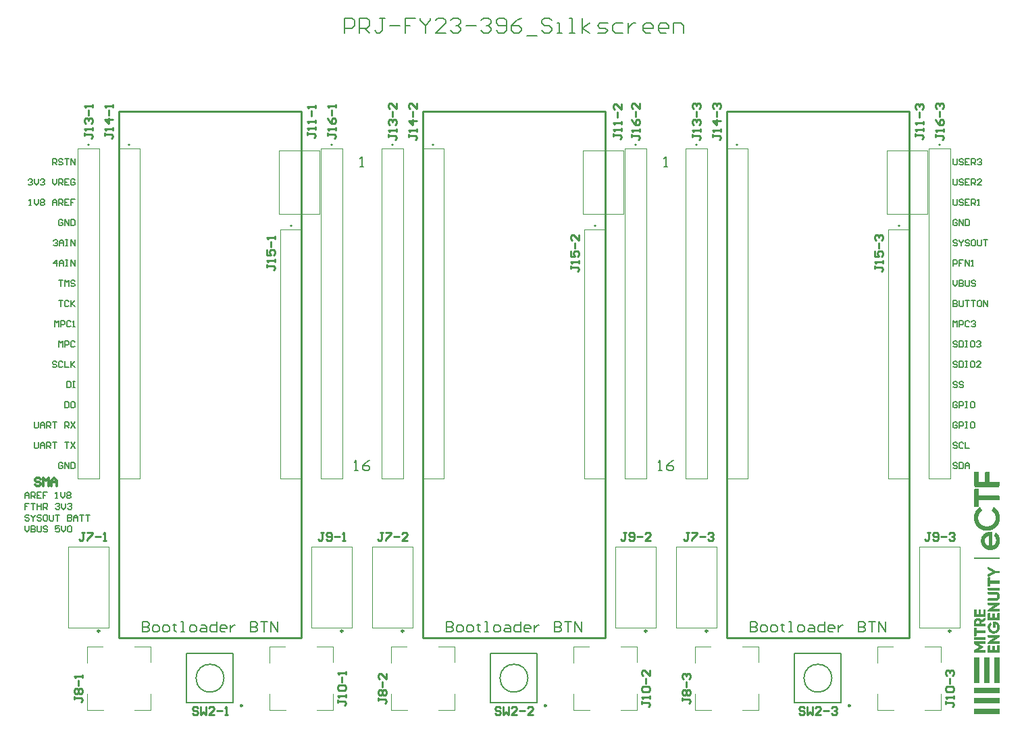
<source format=gbr>
%TF.GenerationSoftware,Altium Limited,Altium Designer,23.11.1 (41)*%
G04 Layer_Color=65535*
%FSLAX45Y45*%
%MOMM*%
%TF.SameCoordinates,5324538C-4B84-4F37-AFBE-1FD82F1EBFC5*%
%TF.FilePolarity,Positive*%
%TF.FileFunction,Legend,Top*%
%TF.Part,Single*%
G01*
G75*
%TA.AperFunction,NonConductor*%
%ADD13C,0.20320*%
%ADD27C,0.25000*%
%ADD28C,0.20000*%
%ADD29C,0.25400*%
%ADD30C,0.12000*%
%ADD31C,0.22860*%
%ADD32C,0.30480*%
G36*
X12183346Y2965988D02*
X12311049D01*
Y2914907D01*
X12302536D01*
Y2906393D01*
X11996047D01*
Y2914907D01*
X11987534D01*
Y3093692D01*
X12047129D01*
Y2974502D01*
Y2965988D01*
X12123751D01*
Y3085178D01*
X12132264D01*
Y3093692D01*
X12183346D01*
Y2965988D01*
D02*
G37*
G36*
X12047129Y2802584D02*
X12302536D01*
Y2794070D01*
X12311049D01*
Y2742989D01*
X12047129D01*
Y2725962D01*
Y2717448D01*
Y2657853D01*
X11987534D01*
Y2879206D01*
X11996047D01*
Y2887720D01*
X12047129D01*
Y2802584D01*
D02*
G37*
G36*
X12242941Y2649340D02*
X12251454D01*
Y2640826D01*
X12259968D01*
Y2632312D01*
X12268481D01*
Y2623799D01*
X12276995D01*
Y2615285D01*
X12285509D01*
Y2606772D01*
X12294022D01*
Y2589745D01*
X12302536D01*
Y2564204D01*
X12311049D01*
Y2470555D01*
X12302536D01*
Y2445014D01*
X12294022D01*
Y2427987D01*
X12285509D01*
Y2419473D01*
X12276995D01*
Y2410960D01*
X12268481D01*
Y2402446D01*
X12259968D01*
Y2393932D01*
X12251454D01*
Y2385419D01*
X12234427D01*
Y2376905D01*
X12225914D01*
Y2368392D01*
X12200373D01*
Y2359878D01*
X12098210D01*
Y2368392D01*
X12081183D01*
Y2376905D01*
X12064156D01*
Y2385419D01*
X12047129D01*
Y2393932D01*
X12038615D01*
Y2402446D01*
X12030101D01*
Y2410960D01*
X12021588D01*
Y2419473D01*
X12013074D01*
Y2436500D01*
X12004561D01*
Y2453527D01*
X11996047D01*
Y2479068D01*
X11987534D01*
Y2564204D01*
X11996047D01*
Y2581231D01*
X12004561D01*
Y2606772D01*
X12013074D01*
Y2615285D01*
X12021588D01*
Y2623799D01*
X12030101D01*
Y2632312D01*
X12038615D01*
Y2640826D01*
X12047129D01*
Y2649340D01*
X12055642D01*
Y2657853D01*
X12064156D01*
Y2649340D01*
X12072669D01*
Y2632312D01*
X12081183D01*
Y2623799D01*
X12089696D01*
Y2606772D01*
X12081183D01*
Y2598258D01*
X12072669D01*
Y2589745D01*
X12064156D01*
Y2581231D01*
X12055642D01*
Y2564204D01*
X12047129D01*
Y2538663D01*
X12038615D01*
Y2496095D01*
X12047129D01*
Y2470555D01*
X12055642D01*
Y2453527D01*
X12064156D01*
Y2445014D01*
X12072669D01*
Y2436500D01*
X12081183D01*
Y2427987D01*
X12098210D01*
Y2419473D01*
X12123751D01*
Y2410960D01*
X12174832D01*
Y2419473D01*
X12200373D01*
Y2427987D01*
X12217400D01*
Y2436500D01*
X12225914D01*
Y2445014D01*
X12234427D01*
Y2453527D01*
X12242941D01*
Y2470555D01*
X12251454D01*
Y2487582D01*
X12259968D01*
Y2547177D01*
X12251454D01*
Y2572717D01*
X12242941D01*
Y2581231D01*
X12234427D01*
Y2589745D01*
X12225914D01*
Y2598258D01*
X12217400D01*
Y2606772D01*
X12208886D01*
Y2615285D01*
X12217400D01*
Y2632312D01*
X12225914D01*
Y2649340D01*
X12234427D01*
Y2657853D01*
X12242941D01*
Y2649340D01*
D02*
G37*
G36*
X12217400Y2172579D02*
X12234427D01*
Y2181093D01*
X12251454D01*
Y2198120D01*
X12259968D01*
Y2223661D01*
X12268481D01*
Y2249201D01*
X12259968D01*
Y2274742D01*
X12251454D01*
Y2283256D01*
X12242941D01*
Y2308797D01*
X12251454D01*
Y2325824D01*
X12259968D01*
Y2334337D01*
X12268481D01*
Y2325824D01*
X12276995D01*
Y2317310D01*
X12285509D01*
Y2308797D01*
X12294022D01*
Y2300283D01*
X12302536D01*
Y2274742D01*
X12311049D01*
Y2189606D01*
X12302536D01*
Y2172579D01*
X12294022D01*
Y2155552D01*
X12285509D01*
Y2147039D01*
X12276995D01*
Y2138525D01*
X12268481D01*
Y2130011D01*
X12251454D01*
Y2121498D01*
X12225914D01*
Y2112984D01*
X12157805D01*
Y2121498D01*
X12140778D01*
Y2130011D01*
X12123751D01*
Y2138525D01*
X12115237D01*
Y2147039D01*
X12106724D01*
Y2155552D01*
X12098210D01*
Y2164066D01*
X12089696D01*
Y2181093D01*
X12081183D01*
Y2206634D01*
X12072669D01*
Y2249201D01*
X12081183D01*
Y2283256D01*
X12089696D01*
Y2291769D01*
X12098210D01*
Y2300283D01*
X12106724D01*
Y2317310D01*
X12123751D01*
Y2325824D01*
X12132264D01*
Y2334337D01*
X12157805D01*
Y2342851D01*
X12217400D01*
Y2172579D01*
D02*
G37*
G36*
X12311049Y2002308D02*
X11987534D01*
Y2019335D01*
X12311049D01*
Y2002308D01*
D02*
G37*
G36*
X12174832Y1891350D02*
X12191859D01*
Y1882836D01*
X12208886D01*
Y1874323D01*
X12225914D01*
Y1865809D01*
X12234427D01*
Y1857296D01*
X12251454D01*
Y1848782D01*
X12311049D01*
Y1823241D01*
X12251454D01*
Y1814728D01*
X12234427D01*
Y1806214D01*
X12217400D01*
Y1797701D01*
X12200373D01*
Y1789187D01*
X12191859D01*
Y1780674D01*
X12174832D01*
Y1772160D01*
X12191859D01*
Y1729592D01*
X12311049D01*
Y1695538D01*
X12191859D01*
Y1661484D01*
X12157805D01*
Y1763646D01*
X12166319D01*
Y1780674D01*
X12157805D01*
Y1806214D01*
X12166319D01*
Y1814728D01*
X12183346D01*
Y1823241D01*
X12200373D01*
Y1831755D01*
X12217400D01*
Y1840269D01*
X12208886D01*
Y1848782D01*
X12191859D01*
Y1857296D01*
X12174832D01*
Y1865809D01*
X12166319D01*
Y1874323D01*
X12157805D01*
Y1899864D01*
X12174832D01*
Y1891350D01*
D02*
G37*
G36*
X12311049Y1610402D02*
X12166319D01*
Y1618916D01*
X12157805D01*
Y1644456D01*
X12311049D01*
Y1610402D01*
D02*
G37*
G36*
X12285509Y1584861D02*
X12302536D01*
Y1567834D01*
X12311049D01*
Y1508239D01*
X12302536D01*
Y1499726D01*
X12294022D01*
Y1491212D01*
X12285509D01*
Y1482699D01*
X12157805D01*
Y1508239D01*
X12166319D01*
Y1516753D01*
X12276995D01*
Y1559321D01*
X12166319D01*
Y1567834D01*
X12157805D01*
Y1593375D01*
X12285509D01*
Y1584861D01*
D02*
G37*
G36*
X12311049Y1431617D02*
X12302536D01*
Y1423104D01*
X12285509D01*
Y1414590D01*
X12276995D01*
Y1406076D01*
X12259968D01*
Y1397563D01*
X12251454D01*
Y1389049D01*
X12234427D01*
Y1380536D01*
X12311049D01*
Y1346481D01*
X12157805D01*
Y1363509D01*
X12166319D01*
Y1372022D01*
X12174832D01*
Y1380536D01*
X12183346D01*
Y1389049D01*
X12200373D01*
Y1397563D01*
X12208886D01*
Y1406076D01*
X12217400D01*
Y1414590D01*
X12234427D01*
Y1423104D01*
X12166319D01*
Y1431617D01*
X12157805D01*
Y1457158D01*
X12311049D01*
Y1431617D01*
D02*
G37*
G36*
X12132264Y1278373D02*
X11987534D01*
Y1372022D01*
X12021588D01*
Y1312427D01*
X12047129D01*
Y1372022D01*
X12072669D01*
Y1312427D01*
X12106724D01*
Y1372022D01*
X12132264D01*
Y1278373D01*
D02*
G37*
G36*
X12311049Y1235805D02*
X12157805D01*
Y1320941D01*
X12166319D01*
Y1329454D01*
X12191859D01*
Y1269859D01*
X12217400D01*
Y1320941D01*
X12251454D01*
Y1269859D01*
X12276995D01*
Y1320941D01*
X12285509D01*
Y1329454D01*
X12311049D01*
Y1235805D01*
D02*
G37*
G36*
X12132264D02*
X12123751D01*
Y1227291D01*
X12115237D01*
Y1218778D01*
X12098210D01*
Y1210264D01*
X12081183D01*
Y1193237D01*
X12132264D01*
Y1159183D01*
X11987534D01*
Y1235805D01*
X11996047D01*
Y1252832D01*
X12013074D01*
Y1261346D01*
X12064156D01*
Y1252832D01*
X12072669D01*
Y1244319D01*
X12098210D01*
Y1252832D01*
X12106724D01*
Y1261346D01*
X12123751D01*
Y1269859D01*
X12132264D01*
Y1235805D01*
D02*
G37*
G36*
X12268481Y1210264D02*
X12285509D01*
Y1201751D01*
X12294022D01*
Y1193237D01*
X12302536D01*
Y1176210D01*
X12311049D01*
Y1116615D01*
X12302536D01*
Y1099588D01*
X12294022D01*
Y1091074D01*
X12285509D01*
Y1082561D01*
X12276995D01*
Y1074047D01*
X12251454D01*
Y1065534D01*
X12217400D01*
Y1074047D01*
X12200373D01*
Y1082561D01*
X12183346D01*
Y1091074D01*
X12174832D01*
Y1108101D01*
X12166319D01*
Y1133642D01*
X12157805D01*
Y1167696D01*
X12166319D01*
Y1184724D01*
X12174832D01*
Y1193237D01*
X12183346D01*
Y1201751D01*
X12191859D01*
Y1210264D01*
X12200373D01*
Y1193237D01*
X12208886D01*
Y1176210D01*
X12200373D01*
Y1159183D01*
X12191859D01*
Y1125129D01*
X12200373D01*
Y1116615D01*
X12208886D01*
Y1108101D01*
X12217400D01*
Y1099588D01*
X12259968D01*
Y1108101D01*
X12268481D01*
Y1116615D01*
X12276995D01*
Y1176210D01*
X12268481D01*
Y1184724D01*
X12259968D01*
Y1142156D01*
X12225914D01*
Y1159183D01*
Y1167696D01*
Y1218778D01*
X12268481D01*
Y1210264D01*
D02*
G37*
G36*
X12021588Y1108101D02*
X12132264D01*
Y1074047D01*
X12021588D01*
Y1039993D01*
X12013074D01*
Y1031479D01*
X11987534D01*
Y1142156D01*
X12021588D01*
Y1108101D01*
D02*
G37*
G36*
X12132264Y988911D02*
X11987534D01*
Y1022966D01*
X12132264D01*
Y988911D01*
D02*
G37*
G36*
X12311049Y1022966D02*
X12302536D01*
Y1014452D01*
X12285509D01*
Y1005939D01*
X12276995D01*
Y997425D01*
X12259968D01*
Y988911D01*
X12251454D01*
Y980398D01*
X12234427D01*
Y971884D01*
X12311049D01*
Y937830D01*
X12157805D01*
Y954857D01*
X12166319D01*
Y963371D01*
X12174832D01*
Y971884D01*
X12183346D01*
Y980398D01*
X12191859D01*
Y988911D01*
X12208886D01*
Y997425D01*
X12217400D01*
Y1005939D01*
X12234427D01*
Y1014452D01*
X12166319D01*
Y1022966D01*
X12157805D01*
Y1048506D01*
X12311049D01*
Y1022966D01*
D02*
G37*
G36*
Y827153D02*
X12157805D01*
Y912289D01*
X12166319D01*
Y920803D01*
X12191859D01*
Y861208D01*
X12217400D01*
Y912289D01*
X12251454D01*
Y861208D01*
X12276995D01*
Y920803D01*
X12311049D01*
Y827153D01*
D02*
G37*
G36*
X12132264Y937830D02*
X12055642D01*
Y929316D01*
X12064156D01*
Y920803D01*
X12081183D01*
Y912289D01*
X12098210D01*
Y903776D01*
X12106724D01*
Y895262D01*
X12098210D01*
Y886749D01*
X12089696D01*
Y878235D01*
X12072669D01*
Y869721D01*
X12055642D01*
Y861208D01*
X12132264D01*
Y827153D01*
X11987534D01*
Y861208D01*
X11996047D01*
Y869721D01*
X12013074D01*
Y878235D01*
X12030101D01*
Y886749D01*
X12038615D01*
Y895262D01*
X12047129D01*
Y903776D01*
X12038615D01*
Y912289D01*
X12021588D01*
Y920803D01*
X12004561D01*
Y929316D01*
X11996047D01*
Y937830D01*
X11987534D01*
Y971884D01*
X12132264D01*
Y937830D01*
D02*
G37*
G36*
X12311049Y588773D02*
Y580260D01*
Y444043D01*
X12242941D01*
Y767558D01*
X12311049D01*
Y588773D01*
D02*
G37*
G36*
X12183346Y444043D02*
X12115237D01*
Y724990D01*
Y733504D01*
Y767558D01*
X12183346D01*
Y444043D01*
D02*
G37*
G36*
X12055642D02*
X11987534D01*
Y767558D01*
X12055642D01*
Y444043D01*
D02*
G37*
G36*
X12311049Y316339D02*
X11987534D01*
Y384448D01*
X12311049D01*
Y316339D01*
D02*
G37*
G36*
Y248230D02*
Y188635D01*
X11987534D01*
Y256744D01*
X12311049D01*
Y248230D01*
D02*
G37*
G36*
Y60932D02*
X11987534D01*
Y129040D01*
X12311049D01*
Y60932D01*
D02*
G37*
%LPC*%
G36*
X12174832Y2291769D02*
X12166319D01*
Y2283256D01*
X12149291D01*
Y2274742D01*
X12140778D01*
Y2266229D01*
X12132264D01*
Y2257715D01*
X12123751D01*
Y2206634D01*
X12132264D01*
Y2189606D01*
X12140778D01*
Y2181093D01*
X12149291D01*
Y2172579D01*
X12174832D01*
Y2291769D01*
D02*
G37*
G36*
X12038615Y1235805D02*
X12030101D01*
Y1227291D01*
X12021588D01*
Y1218778D01*
X12013074D01*
Y1193237D01*
X12055642D01*
Y1227291D01*
X12038615D01*
Y1235805D01*
D02*
G37*
%LPD*%
D13*
X10208000Y508000D02*
G03*
X10208000Y508000I-175000J0D01*
G01*
X2588000D02*
G03*
X2588000Y508000I-175000J0D01*
G01*
X6398000D02*
G03*
X6398000Y508000I-175000J0D01*
G01*
X9740900Y198000D02*
X10033000D01*
X9740900D02*
Y818000D01*
X10033000D01*
Y198000D02*
X10325100D01*
Y818000D01*
X10033000D02*
X10325100D01*
X2120900Y198000D02*
X2413000D01*
X2120900D02*
Y818000D01*
X2413000D01*
Y198000D02*
X2705100D01*
Y818000D01*
X2413000D02*
X2705100D01*
X5930900Y198000D02*
X6223000D01*
X5930900D02*
Y818000D01*
X6223000D01*
Y198000D02*
X6515100D01*
Y818000D01*
X6223000D02*
X6515100D01*
X96520Y2762980D02*
Y2813764D01*
X121912Y2839156D01*
X147303Y2813764D01*
Y2762980D01*
Y2801068D01*
X96520D01*
X172695Y2762980D02*
Y2839156D01*
X210783D01*
X223479Y2826460D01*
Y2801068D01*
X210783Y2788372D01*
X172695D01*
X198087D02*
X223479Y2762980D01*
X299654Y2839156D02*
X248871D01*
Y2762980D01*
X299654D01*
X248871Y2801068D02*
X274263D01*
X375830Y2839156D02*
X325046D01*
Y2801068D01*
X350438D01*
X325046D01*
Y2762980D01*
X477397D02*
X502789D01*
X490093D01*
Y2839156D01*
X477397Y2826460D01*
X540876Y2839156D02*
Y2788372D01*
X566268Y2762980D01*
X591660Y2788372D01*
Y2839156D01*
X617052Y2826460D02*
X629748Y2839156D01*
X655139D01*
X667835Y2826460D01*
Y2813764D01*
X655139Y2801068D01*
X667835Y2788372D01*
Y2775676D01*
X655139Y2762980D01*
X629748D01*
X617052Y2775676D01*
Y2788372D01*
X629748Y2801068D01*
X617052Y2813764D01*
Y2826460D01*
X629748Y2801068D02*
X655139D01*
X147303Y2698977D02*
X96520D01*
Y2660890D01*
X121912D01*
X96520D01*
Y2622802D01*
X172695Y2698977D02*
X223479D01*
X198087D01*
Y2622802D01*
X248871Y2698977D02*
Y2622802D01*
Y2660890D01*
X299654D01*
Y2698977D01*
Y2622802D01*
X325046D02*
Y2698977D01*
X363134D01*
X375830Y2686281D01*
Y2660890D01*
X363134Y2648194D01*
X325046D01*
X350438D02*
X375830Y2622802D01*
X477397Y2686281D02*
X490093Y2698977D01*
X515485D01*
X528180Y2686281D01*
Y2673585D01*
X515485Y2660890D01*
X502789D01*
X515485D01*
X528180Y2648194D01*
Y2635498D01*
X515485Y2622802D01*
X490093D01*
X477397Y2635498D01*
X553572Y2698977D02*
Y2648194D01*
X578964Y2622802D01*
X604356Y2648194D01*
Y2698977D01*
X629748Y2686281D02*
X642443Y2698977D01*
X667835D01*
X680531Y2686281D01*
Y2673585D01*
X667835Y2660890D01*
X655139D01*
X667835D01*
X680531Y2648194D01*
Y2635498D01*
X667835Y2622802D01*
X642443D01*
X629748Y2635498D01*
X147303Y2546103D02*
X134608Y2558799D01*
X109216D01*
X96520Y2546103D01*
Y2533407D01*
X109216Y2520711D01*
X134608D01*
X147303Y2508015D01*
Y2495319D01*
X134608Y2482623D01*
X109216D01*
X96520Y2495319D01*
X172695Y2558799D02*
Y2546103D01*
X198087Y2520711D01*
X223479Y2546103D01*
Y2558799D01*
X198087Y2520711D02*
Y2482623D01*
X299654Y2546103D02*
X286959Y2558799D01*
X261567D01*
X248871Y2546103D01*
Y2533407D01*
X261567Y2520711D01*
X286959D01*
X299654Y2508015D01*
Y2495319D01*
X286959Y2482623D01*
X261567D01*
X248871Y2495319D01*
X363134Y2558799D02*
X337742D01*
X325046Y2546103D01*
Y2495319D01*
X337742Y2482623D01*
X363134D01*
X375830Y2495319D01*
Y2546103D01*
X363134Y2558799D01*
X401221D02*
Y2495319D01*
X413917Y2482623D01*
X439309D01*
X452005Y2495319D01*
Y2558799D01*
X477397D02*
X528180D01*
X502789D01*
Y2482623D01*
X629748Y2558799D02*
Y2482623D01*
X667835D01*
X680531Y2495319D01*
Y2508015D01*
X667835Y2520711D01*
X629748D01*
X667835D01*
X680531Y2533407D01*
Y2546103D01*
X667835Y2558799D01*
X629748D01*
X705923Y2482623D02*
Y2533407D01*
X731315Y2558799D01*
X756706Y2533407D01*
Y2482623D01*
Y2520711D01*
X705923D01*
X782098Y2558799D02*
X832882D01*
X807490D01*
Y2482623D01*
X858274Y2558799D02*
X909057D01*
X883665D01*
Y2482623D01*
X96520Y2418620D02*
Y2367837D01*
X121912Y2342445D01*
X147303Y2367837D01*
Y2418620D01*
X172695D02*
Y2342445D01*
X210783D01*
X223479Y2355141D01*
Y2367837D01*
X210783Y2380532D01*
X172695D01*
X210783D01*
X223479Y2393228D01*
Y2405924D01*
X210783Y2418620D01*
X172695D01*
X248871D02*
Y2355141D01*
X261567Y2342445D01*
X286959D01*
X299654Y2355141D01*
Y2418620D01*
X375830Y2405924D02*
X363134Y2418620D01*
X337742D01*
X325046Y2405924D01*
Y2393228D01*
X337742Y2380532D01*
X363134D01*
X375830Y2367837D01*
Y2355141D01*
X363134Y2342445D01*
X337742D01*
X325046Y2355141D01*
X528180Y2418620D02*
X477397D01*
Y2380532D01*
X502789Y2393228D01*
X515485D01*
X528180Y2380532D01*
Y2355141D01*
X515485Y2342445D01*
X490093D01*
X477397Y2355141D01*
X553572Y2418620D02*
Y2367837D01*
X578964Y2342445D01*
X604356Y2367837D01*
Y2418620D01*
X629748Y2405924D02*
X642443Y2418620D01*
X667835D01*
X680531Y2405924D01*
Y2355141D01*
X667835Y2342445D01*
X642443D01*
X629748Y2355141D01*
Y2405924D01*
X11780503Y3200392D02*
X11767808Y3213088D01*
X11742416D01*
X11729720Y3200392D01*
Y3187696D01*
X11742416Y3175000D01*
X11767808D01*
X11780503Y3162304D01*
Y3149608D01*
X11767808Y3136912D01*
X11742416D01*
X11729720Y3149608D01*
X11805895Y3213088D02*
Y3136912D01*
X11843983D01*
X11856679Y3149608D01*
Y3200392D01*
X11843983Y3213088D01*
X11805895D01*
X11882071Y3136912D02*
Y3187696D01*
X11907463Y3213088D01*
X11932854Y3187696D01*
Y3136912D01*
Y3175000D01*
X11882071D01*
X11780503Y3454392D02*
X11767808Y3467088D01*
X11742416D01*
X11729720Y3454392D01*
Y3441696D01*
X11742416Y3429000D01*
X11767808D01*
X11780503Y3416304D01*
Y3403608D01*
X11767808Y3390912D01*
X11742416D01*
X11729720Y3403608D01*
X11856679Y3454392D02*
X11843983Y3467088D01*
X11818591D01*
X11805895Y3454392D01*
Y3403608D01*
X11818591Y3390912D01*
X11843983D01*
X11856679Y3403608D01*
X11882071Y3467088D02*
Y3390912D01*
X11932854D01*
X11780503Y3708392D02*
X11767808Y3721088D01*
X11742416D01*
X11729720Y3708392D01*
Y3657608D01*
X11742416Y3644912D01*
X11767808D01*
X11780503Y3657608D01*
Y3683000D01*
X11755112D01*
X11805895Y3644912D02*
Y3721088D01*
X11843983D01*
X11856679Y3708392D01*
Y3683000D01*
X11843983Y3670304D01*
X11805895D01*
X11882071Y3721088D02*
X11907463D01*
X11894767D01*
Y3644912D01*
X11882071D01*
X11907463D01*
X11983638Y3721088D02*
X11958246D01*
X11945550Y3708392D01*
Y3657608D01*
X11958246Y3644912D01*
X11983638D01*
X11996334Y3657608D01*
Y3708392D01*
X11983638Y3721088D01*
X11780503Y3962392D02*
X11767808Y3975088D01*
X11742416D01*
X11729720Y3962392D01*
Y3911608D01*
X11742416Y3898912D01*
X11767808D01*
X11780503Y3911608D01*
Y3937000D01*
X11755112D01*
X11805895Y3898912D02*
Y3975088D01*
X11843983D01*
X11856679Y3962392D01*
Y3937000D01*
X11843983Y3924304D01*
X11805895D01*
X11882071Y3975088D02*
X11907463D01*
X11894767D01*
Y3898912D01*
X11882071D01*
X11907463D01*
X11983638Y3975088D02*
X11958246D01*
X11945550Y3962392D01*
Y3911608D01*
X11958246Y3898912D01*
X11983638D01*
X11996334Y3911608D01*
Y3962392D01*
X11983638Y3975088D01*
X11780503Y4216392D02*
X11767808Y4229088D01*
X11742416D01*
X11729720Y4216392D01*
Y4203696D01*
X11742416Y4191000D01*
X11767808D01*
X11780503Y4178304D01*
Y4165608D01*
X11767808Y4152912D01*
X11742416D01*
X11729720Y4165608D01*
X11856679Y4216392D02*
X11843983Y4229088D01*
X11818591D01*
X11805895Y4216392D01*
Y4203696D01*
X11818591Y4191000D01*
X11843983D01*
X11856679Y4178304D01*
Y4165608D01*
X11843983Y4152912D01*
X11818591D01*
X11805895Y4165608D01*
X11780503Y4470392D02*
X11767808Y4483088D01*
X11742416D01*
X11729720Y4470392D01*
Y4457696D01*
X11742416Y4445000D01*
X11767808D01*
X11780503Y4432304D01*
Y4419608D01*
X11767808Y4406912D01*
X11742416D01*
X11729720Y4419608D01*
X11805895Y4483088D02*
Y4406912D01*
X11843983D01*
X11856679Y4419608D01*
Y4470392D01*
X11843983Y4483088D01*
X11805895D01*
X11882071D02*
X11907463D01*
X11894767D01*
Y4406912D01*
X11882071D01*
X11907463D01*
X11983638Y4483088D02*
X11958246D01*
X11945550Y4470392D01*
Y4419608D01*
X11958246Y4406912D01*
X11983638D01*
X11996334Y4419608D01*
Y4470392D01*
X11983638Y4483088D01*
X12072509Y4406912D02*
X12021726D01*
X12072509Y4457696D01*
Y4470392D01*
X12059813Y4483088D01*
X12034421D01*
X12021726Y4470392D01*
X11780503Y4724392D02*
X11767808Y4737088D01*
X11742416D01*
X11729720Y4724392D01*
Y4711696D01*
X11742416Y4699000D01*
X11767808D01*
X11780503Y4686304D01*
Y4673608D01*
X11767808Y4660912D01*
X11742416D01*
X11729720Y4673608D01*
X11805895Y4737088D02*
Y4660912D01*
X11843983D01*
X11856679Y4673608D01*
Y4724392D01*
X11843983Y4737088D01*
X11805895D01*
X11882071D02*
X11907463D01*
X11894767D01*
Y4660912D01*
X11882071D01*
X11907463D01*
X11983638Y4737088D02*
X11958246D01*
X11945550Y4724392D01*
Y4673608D01*
X11958246Y4660912D01*
X11983638D01*
X11996334Y4673608D01*
Y4724392D01*
X11983638Y4737088D01*
X12021726Y4724392D02*
X12034421Y4737088D01*
X12059813D01*
X12072509Y4724392D01*
Y4711696D01*
X12059813Y4699000D01*
X12047117D01*
X12059813D01*
X12072509Y4686304D01*
Y4673608D01*
X12059813Y4660912D01*
X12034421D01*
X12021726Y4673608D01*
X11729720Y4914912D02*
Y4991088D01*
X11755112Y4965696D01*
X11780503Y4991088D01*
Y4914912D01*
X11805895D02*
Y4991088D01*
X11843983D01*
X11856679Y4978392D01*
Y4953000D01*
X11843983Y4940304D01*
X11805895D01*
X11932854Y4978392D02*
X11920159Y4991088D01*
X11894767D01*
X11882071Y4978392D01*
Y4927608D01*
X11894767Y4914912D01*
X11920159D01*
X11932854Y4927608D01*
X11958246Y4978392D02*
X11970942Y4991088D01*
X11996334D01*
X12009030Y4978392D01*
Y4965696D01*
X11996334Y4953000D01*
X11983638D01*
X11996334D01*
X12009030Y4940304D01*
Y4927608D01*
X11996334Y4914912D01*
X11970942D01*
X11958246Y4927608D01*
X11729720Y5245088D02*
Y5168912D01*
X11767808D01*
X11780503Y5181608D01*
Y5194304D01*
X11767808Y5207000D01*
X11729720D01*
X11767808D01*
X11780503Y5219696D01*
Y5232392D01*
X11767808Y5245088D01*
X11729720D01*
X11805895D02*
Y5181608D01*
X11818591Y5168912D01*
X11843983D01*
X11856679Y5181608D01*
Y5245088D01*
X11882071D02*
X11932854D01*
X11907463D01*
Y5168912D01*
X11958246Y5245088D02*
X12009030D01*
X11983638D01*
Y5168912D01*
X12072509Y5245088D02*
X12047117D01*
X12034421Y5232392D01*
Y5181608D01*
X12047117Y5168912D01*
X12072509D01*
X12085205Y5181608D01*
Y5232392D01*
X12072509Y5245088D01*
X12110597Y5168912D02*
Y5245088D01*
X12161380Y5168912D01*
Y5245088D01*
X11729720Y5499088D02*
Y5448304D01*
X11755112Y5422912D01*
X11780503Y5448304D01*
Y5499088D01*
X11805895D02*
Y5422912D01*
X11843983D01*
X11856679Y5435608D01*
Y5448304D01*
X11843983Y5461000D01*
X11805895D01*
X11843983D01*
X11856679Y5473696D01*
Y5486392D01*
X11843983Y5499088D01*
X11805895D01*
X11882071D02*
Y5435608D01*
X11894767Y5422912D01*
X11920159D01*
X11932854Y5435608D01*
Y5499088D01*
X12009030Y5486392D02*
X11996334Y5499088D01*
X11970942D01*
X11958246Y5486392D01*
Y5473696D01*
X11970942Y5461000D01*
X11996334D01*
X12009030Y5448304D01*
Y5435608D01*
X11996334Y5422912D01*
X11970942D01*
X11958246Y5435608D01*
X11729720Y5676912D02*
Y5753088D01*
X11767808D01*
X11780503Y5740392D01*
Y5715000D01*
X11767808Y5702304D01*
X11729720D01*
X11856679Y5753088D02*
X11805895D01*
Y5715000D01*
X11831287D01*
X11805895D01*
Y5676912D01*
X11882071D02*
Y5753088D01*
X11932854Y5676912D01*
Y5753088D01*
X11958246Y5676912D02*
X11983638D01*
X11970942D01*
Y5753088D01*
X11958246Y5740392D01*
X11780503Y5994392D02*
X11767808Y6007088D01*
X11742416D01*
X11729720Y5994392D01*
Y5981696D01*
X11742416Y5969000D01*
X11767808D01*
X11780503Y5956304D01*
Y5943608D01*
X11767808Y5930912D01*
X11742416D01*
X11729720Y5943608D01*
X11805895Y6007088D02*
Y5994392D01*
X11831287Y5969000D01*
X11856679Y5994392D01*
Y6007088D01*
X11831287Y5969000D02*
Y5930912D01*
X11932854Y5994392D02*
X11920159Y6007088D01*
X11894767D01*
X11882071Y5994392D01*
Y5981696D01*
X11894767Y5969000D01*
X11920159D01*
X11932854Y5956304D01*
Y5943608D01*
X11920159Y5930912D01*
X11894767D01*
X11882071Y5943608D01*
X11996334Y6007088D02*
X11970942D01*
X11958246Y5994392D01*
Y5943608D01*
X11970942Y5930912D01*
X11996334D01*
X12009030Y5943608D01*
Y5994392D01*
X11996334Y6007088D01*
X12034421D02*
Y5943608D01*
X12047117Y5930912D01*
X12072509D01*
X12085205Y5943608D01*
Y6007088D01*
X12110597D02*
X12161380D01*
X12135989D01*
Y5930912D01*
X11780503Y6248392D02*
X11767808Y6261088D01*
X11742416D01*
X11729720Y6248392D01*
Y6197608D01*
X11742416Y6184912D01*
X11767808D01*
X11780503Y6197608D01*
Y6223000D01*
X11755112D01*
X11805895Y6184912D02*
Y6261088D01*
X11856679Y6184912D01*
Y6261088D01*
X11882071D02*
Y6184912D01*
X11920159D01*
X11932854Y6197608D01*
Y6248392D01*
X11920159Y6261088D01*
X11882071D01*
X11729720Y6515088D02*
Y6451608D01*
X11742416Y6438912D01*
X11767808D01*
X11780503Y6451608D01*
Y6515088D01*
X11856679Y6502392D02*
X11843983Y6515088D01*
X11818591D01*
X11805895Y6502392D01*
Y6489696D01*
X11818591Y6477000D01*
X11843983D01*
X11856679Y6464304D01*
Y6451608D01*
X11843983Y6438912D01*
X11818591D01*
X11805895Y6451608D01*
X11932854Y6515088D02*
X11882071D01*
Y6438912D01*
X11932854D01*
X11882071Y6477000D02*
X11907463D01*
X11958246Y6438912D02*
Y6515088D01*
X11996334D01*
X12009030Y6502392D01*
Y6477000D01*
X11996334Y6464304D01*
X11958246D01*
X11983638D02*
X12009030Y6438912D01*
X12034421D02*
X12059813D01*
X12047117D01*
Y6515088D01*
X12034421Y6502392D01*
X11729720Y6769088D02*
Y6705608D01*
X11742416Y6692912D01*
X11767808D01*
X11780503Y6705608D01*
Y6769088D01*
X11856679Y6756392D02*
X11843983Y6769088D01*
X11818591D01*
X11805895Y6756392D01*
Y6743696D01*
X11818591Y6731000D01*
X11843983D01*
X11856679Y6718304D01*
Y6705608D01*
X11843983Y6692912D01*
X11818591D01*
X11805895Y6705608D01*
X11932854Y6769088D02*
X11882071D01*
Y6692912D01*
X11932854D01*
X11882071Y6731000D02*
X11907463D01*
X11958246Y6692912D02*
Y6769088D01*
X11996334D01*
X12009030Y6756392D01*
Y6731000D01*
X11996334Y6718304D01*
X11958246D01*
X11983638D02*
X12009030Y6692912D01*
X12085205D02*
X12034421D01*
X12085205Y6743696D01*
Y6756392D01*
X12072509Y6769088D01*
X12047117D01*
X12034421Y6756392D01*
X11729720Y7023088D02*
Y6959608D01*
X11742416Y6946912D01*
X11767808D01*
X11780503Y6959608D01*
Y7023088D01*
X11856679Y7010392D02*
X11843983Y7023088D01*
X11818591D01*
X11805895Y7010392D01*
Y6997696D01*
X11818591Y6985000D01*
X11843983D01*
X11856679Y6972304D01*
Y6959608D01*
X11843983Y6946912D01*
X11818591D01*
X11805895Y6959608D01*
X11932854Y7023088D02*
X11882071D01*
Y6946912D01*
X11932854D01*
X11882071Y6985000D02*
X11907463D01*
X11958246Y6946912D02*
Y7023088D01*
X11996334D01*
X12009030Y7010392D01*
Y6985000D01*
X11996334Y6972304D01*
X11958246D01*
X11983638D02*
X12009030Y6946912D01*
X12034421Y7010392D02*
X12047117Y7023088D01*
X12072509D01*
X12085205Y7010392D01*
Y6997696D01*
X12072509Y6985000D01*
X12059813D01*
X12072509D01*
X12085205Y6972304D01*
Y6959608D01*
X12072509Y6946912D01*
X12047117D01*
X12034421Y6959608D01*
X563929Y3200392D02*
X551234Y3213088D01*
X525842D01*
X513146Y3200392D01*
Y3149608D01*
X525842Y3136912D01*
X551234D01*
X563929Y3149608D01*
Y3175000D01*
X538538D01*
X589321Y3136912D02*
Y3213088D01*
X640105Y3136912D01*
Y3213088D01*
X665497D02*
Y3136912D01*
X703584D01*
X716280Y3149608D01*
Y3200392D01*
X703584Y3213088D01*
X665497D01*
X208444Y3467088D02*
Y3403608D01*
X221140Y3390912D01*
X246532D01*
X259228Y3403608D01*
Y3467088D01*
X284620Y3390912D02*
Y3441696D01*
X310012Y3467088D01*
X335403Y3441696D01*
Y3390912D01*
Y3429000D01*
X284620D01*
X360795Y3390912D02*
Y3467088D01*
X398883D01*
X411579Y3454392D01*
Y3429000D01*
X398883Y3416304D01*
X360795D01*
X386187D02*
X411579Y3390912D01*
X436970Y3467088D02*
X487754D01*
X462362D01*
Y3390912D01*
X589321Y3467088D02*
X640105D01*
X614713D01*
Y3390912D01*
X665497Y3467088D02*
X716280Y3390912D01*
Y3467088D02*
X665497Y3390912D01*
X208444Y3721088D02*
Y3657608D01*
X221140Y3644912D01*
X246532D01*
X259228Y3657608D01*
Y3721088D01*
X284620Y3644912D02*
Y3695696D01*
X310012Y3721088D01*
X335403Y3695696D01*
Y3644912D01*
Y3683000D01*
X284620D01*
X360795Y3644912D02*
Y3721088D01*
X398883D01*
X411579Y3708392D01*
Y3683000D01*
X398883Y3670304D01*
X360795D01*
X386187D02*
X411579Y3644912D01*
X436970Y3721088D02*
X487754D01*
X462362D01*
Y3644912D01*
X589321D02*
Y3721088D01*
X627409D01*
X640105Y3708392D01*
Y3683000D01*
X627409Y3670304D01*
X589321D01*
X614713D02*
X640105Y3644912D01*
X665497Y3721088D02*
X716280Y3644912D01*
Y3721088D02*
X665497Y3644912D01*
X589321Y3975088D02*
Y3898912D01*
X627409D01*
X640105Y3911608D01*
Y3962392D01*
X627409Y3975088D01*
X589321D01*
X703584D02*
X678192D01*
X665497Y3962392D01*
Y3911608D01*
X678192Y3898912D01*
X703584D01*
X716280Y3911608D01*
Y3962392D01*
X703584Y3975088D01*
X614713Y4229088D02*
Y4152912D01*
X652801D01*
X665496Y4165608D01*
Y4216392D01*
X652801Y4229088D01*
X614713D01*
X690888D02*
X716280D01*
X703584D01*
Y4152912D01*
X690888D01*
X716280D01*
X487754Y4470392D02*
X475058Y4483088D01*
X449666D01*
X436970Y4470392D01*
Y4457696D01*
X449666Y4445000D01*
X475058D01*
X487754Y4432304D01*
Y4419608D01*
X475058Y4406912D01*
X449666D01*
X436970Y4419608D01*
X563929Y4470392D02*
X551234Y4483088D01*
X525842D01*
X513146Y4470392D01*
Y4419608D01*
X525842Y4406912D01*
X551234D01*
X563929Y4419608D01*
X589321Y4483088D02*
Y4406912D01*
X640105D01*
X665497Y4483088D02*
Y4406912D01*
Y4432304D01*
X716280Y4483088D01*
X678192Y4445000D01*
X716280Y4406912D01*
X513146Y4660912D02*
Y4737088D01*
X538538Y4711696D01*
X563929Y4737088D01*
Y4660912D01*
X589321D02*
Y4737088D01*
X627409D01*
X640105Y4724392D01*
Y4699000D01*
X627409Y4686304D01*
X589321D01*
X716280Y4724392D02*
X703584Y4737088D01*
X678192D01*
X665497Y4724392D01*
Y4673608D01*
X678192Y4660912D01*
X703584D01*
X716280Y4673608D01*
X462362Y4914912D02*
Y4991088D01*
X487754Y4965696D01*
X513146Y4991088D01*
Y4914912D01*
X538537D02*
Y4991088D01*
X576625D01*
X589321Y4978392D01*
Y4953000D01*
X576625Y4940304D01*
X538537D01*
X665496Y4978392D02*
X652801Y4991088D01*
X627409D01*
X614713Y4978392D01*
Y4927608D01*
X627409Y4914912D01*
X652801D01*
X665496Y4927608D01*
X690888Y4914912D02*
X716280D01*
X703584D01*
Y4991088D01*
X690888Y4978392D01*
X513146Y5245088D02*
X563929D01*
X538538D01*
Y5168912D01*
X640105Y5232392D02*
X627409Y5245088D01*
X602017D01*
X589321Y5232392D01*
Y5181608D01*
X602017Y5168912D01*
X627409D01*
X640105Y5181608D01*
X665497Y5245088D02*
Y5168912D01*
Y5194304D01*
X716280Y5245088D01*
X678192Y5207000D01*
X716280Y5168912D01*
X513146Y5499088D02*
X563929D01*
X538538D01*
Y5422912D01*
X589321D02*
Y5499088D01*
X614713Y5473696D01*
X640105Y5499088D01*
Y5422912D01*
X716280Y5486392D02*
X703584Y5499088D01*
X678192D01*
X665497Y5486392D01*
Y5473696D01*
X678192Y5461000D01*
X703584D01*
X716280Y5448304D01*
Y5435608D01*
X703584Y5422912D01*
X678192D01*
X665497Y5435608D01*
X487754Y5676912D02*
Y5753088D01*
X449666Y5715000D01*
X500450D01*
X525842Y5676912D02*
Y5727696D01*
X551234Y5753088D01*
X576625Y5727696D01*
Y5676912D01*
Y5715000D01*
X525842D01*
X602017Y5753088D02*
X627409D01*
X614713D01*
Y5676912D01*
X602017D01*
X627409D01*
X665497D02*
Y5753088D01*
X716280Y5676912D01*
Y5753088D01*
X449666Y5994392D02*
X462362Y6007088D01*
X487754D01*
X500450Y5994392D01*
Y5981696D01*
X487754Y5969000D01*
X475058D01*
X487754D01*
X500450Y5956304D01*
Y5943608D01*
X487754Y5930912D01*
X462362D01*
X449666Y5943608D01*
X525842Y5930912D02*
Y5981696D01*
X551234Y6007088D01*
X576625Y5981696D01*
Y5930912D01*
Y5969000D01*
X525842D01*
X602017Y6007088D02*
X627409D01*
X614713D01*
Y5930912D01*
X602017D01*
X627409D01*
X665497D02*
Y6007088D01*
X716280Y5930912D01*
Y6007088D01*
X563929Y6248392D02*
X551234Y6261088D01*
X525842D01*
X513146Y6248392D01*
Y6197608D01*
X525842Y6184912D01*
X551234D01*
X563929Y6197608D01*
Y6223000D01*
X538538D01*
X589321Y6184912D02*
Y6261088D01*
X640105Y6184912D01*
Y6261088D01*
X665497D02*
Y6184912D01*
X703584D01*
X716280Y6197608D01*
Y6248392D01*
X703584Y6261088D01*
X665497D01*
X144965Y6438912D02*
X170357D01*
X157661D01*
Y6515088D01*
X144965Y6502392D01*
X208444Y6515088D02*
Y6464304D01*
X233836Y6438912D01*
X259228Y6464304D01*
Y6515088D01*
X284620Y6502392D02*
X297316Y6515088D01*
X322708D01*
X335403Y6502392D01*
Y6489696D01*
X322708Y6477000D01*
X335403Y6464304D01*
Y6451608D01*
X322708Y6438912D01*
X297316D01*
X284620Y6451608D01*
Y6464304D01*
X297316Y6477000D01*
X284620Y6489696D01*
Y6502392D01*
X297316Y6477000D02*
X322708D01*
X436970Y6438912D02*
Y6489696D01*
X462362Y6515088D01*
X487754Y6489696D01*
Y6438912D01*
Y6477000D01*
X436970D01*
X513146Y6438912D02*
Y6515088D01*
X551234D01*
X563929Y6502392D01*
Y6477000D01*
X551234Y6464304D01*
X513146D01*
X538538D02*
X563929Y6438912D01*
X640105Y6515088D02*
X589321D01*
Y6438912D01*
X640105D01*
X589321Y6477000D02*
X614713D01*
X716280Y6515088D02*
X665497D01*
Y6477000D01*
X690888D01*
X665497D01*
Y6438912D01*
X132269Y6756392D02*
X144965Y6769088D01*
X170357D01*
X183052Y6756392D01*
Y6743696D01*
X170357Y6731000D01*
X157661D01*
X170357D01*
X183052Y6718304D01*
Y6705608D01*
X170357Y6692912D01*
X144965D01*
X132269Y6705608D01*
X208444Y6769088D02*
Y6718304D01*
X233836Y6692912D01*
X259228Y6718304D01*
Y6769088D01*
X284620Y6756392D02*
X297316Y6769088D01*
X322708D01*
X335403Y6756392D01*
Y6743696D01*
X322708Y6731000D01*
X310012D01*
X322708D01*
X335403Y6718304D01*
Y6705608D01*
X322708Y6692912D01*
X297316D01*
X284620Y6705608D01*
X436970Y6769088D02*
Y6718304D01*
X462362Y6692912D01*
X487754Y6718304D01*
Y6769088D01*
X513146Y6692912D02*
Y6769088D01*
X551234D01*
X563929Y6756392D01*
Y6731000D01*
X551234Y6718304D01*
X513146D01*
X538538D02*
X563929Y6692912D01*
X640105Y6769088D02*
X589321D01*
Y6692912D01*
X640105D01*
X589321Y6731000D02*
X614713D01*
X716280Y6756392D02*
X703584Y6769088D01*
X678192D01*
X665497Y6756392D01*
Y6705608D01*
X678192Y6692912D01*
X703584D01*
X716280Y6705608D01*
Y6731000D01*
X690888D01*
X436970Y6946912D02*
Y7023088D01*
X475058D01*
X487754Y7010392D01*
Y6985000D01*
X475058Y6972304D01*
X436970D01*
X462362D02*
X487754Y6946912D01*
X563929Y7010392D02*
X551234Y7023088D01*
X525842D01*
X513146Y7010392D01*
Y6997696D01*
X525842Y6985000D01*
X551234D01*
X563929Y6972304D01*
Y6959608D01*
X551234Y6946912D01*
X525842D01*
X513146Y6959608D01*
X589321Y7023088D02*
X640105D01*
X614713D01*
Y6946912D01*
X665497D02*
Y7023088D01*
X716280Y6946912D01*
Y7023088D01*
X4096437Y8599831D02*
Y8790269D01*
X4191656D01*
X4223395Y8758529D01*
Y8695050D01*
X4191656Y8663310D01*
X4096437D01*
X4286875Y8599831D02*
Y8790269D01*
X4382094D01*
X4413834Y8758529D01*
Y8695050D01*
X4382094Y8663310D01*
X4286875D01*
X4350355D02*
X4413834Y8599831D01*
X4604272Y8790269D02*
X4540793D01*
X4572533D01*
Y8631570D01*
X4540793Y8599831D01*
X4509053D01*
X4477314Y8631570D01*
X4667752Y8695050D02*
X4794711D01*
X4985150Y8790269D02*
X4858191D01*
Y8695050D01*
X4921670D01*
X4858191D01*
Y8599831D01*
X5048629Y8790269D02*
Y8758529D01*
X5112109Y8695050D01*
X5175588Y8758529D01*
Y8790269D01*
X5112109Y8695050D02*
Y8599831D01*
X5366027D02*
X5239068D01*
X5366027Y8726790D01*
Y8758529D01*
X5334287Y8790269D01*
X5270808D01*
X5239068Y8758529D01*
X5429506D02*
X5461246Y8790269D01*
X5524726D01*
X5556465Y8758529D01*
Y8726790D01*
X5524726Y8695050D01*
X5492986D01*
X5524726D01*
X5556465Y8663310D01*
Y8631570D01*
X5524726Y8599831D01*
X5461246D01*
X5429506Y8631570D01*
X5619945Y8695050D02*
X5746904D01*
X5810383Y8758529D02*
X5842123Y8790269D01*
X5905603D01*
X5937342Y8758529D01*
Y8726790D01*
X5905603Y8695050D01*
X5873863D01*
X5905603D01*
X5937342Y8663310D01*
Y8631570D01*
X5905603Y8599831D01*
X5842123D01*
X5810383Y8631570D01*
X6000822D02*
X6032562Y8599831D01*
X6096041D01*
X6127781Y8631570D01*
Y8758529D01*
X6096041Y8790269D01*
X6032562D01*
X6000822Y8758529D01*
Y8726790D01*
X6032562Y8695050D01*
X6127781D01*
X6318219Y8790269D02*
X6254740Y8758529D01*
X6191260Y8695050D01*
Y8631570D01*
X6223000Y8599831D01*
X6286480D01*
X6318219Y8631570D01*
Y8663310D01*
X6286480Y8695050D01*
X6191260D01*
X6381699Y8568091D02*
X6508658D01*
X6699096Y8758529D02*
X6667357Y8790269D01*
X6603877D01*
X6572137Y8758529D01*
Y8726790D01*
X6603877Y8695050D01*
X6667357D01*
X6699096Y8663310D01*
Y8631570D01*
X6667357Y8599831D01*
X6603877D01*
X6572137Y8631570D01*
X6762576Y8599831D02*
X6826055D01*
X6794316D01*
Y8726790D01*
X6762576D01*
X6921275Y8599831D02*
X6984754D01*
X6953015D01*
Y8790269D01*
X6921275D01*
X7079973Y8599831D02*
Y8790269D01*
Y8663310D02*
X7175193Y8726790D01*
X7079973Y8663310D02*
X7175193Y8599831D01*
X7270412D02*
X7365631D01*
X7397371Y8631570D01*
X7365631Y8663310D01*
X7302152D01*
X7270412Y8695050D01*
X7302152Y8726790D01*
X7397371D01*
X7587809D02*
X7492590D01*
X7460850Y8695050D01*
Y8631570D01*
X7492590Y8599831D01*
X7587809D01*
X7651289Y8726790D02*
Y8599831D01*
Y8663310D01*
X7683029Y8695050D01*
X7714768Y8726790D01*
X7746508D01*
X7936947Y8599831D02*
X7873467D01*
X7841728Y8631570D01*
Y8695050D01*
X7873467Y8726790D01*
X7936947D01*
X7968686Y8695050D01*
Y8663310D01*
X7841728D01*
X8127385Y8599831D02*
X8063906D01*
X8032166Y8631570D01*
Y8695050D01*
X8063906Y8726790D01*
X8127385D01*
X8159125Y8695050D01*
Y8663310D01*
X8032166D01*
X8222605Y8599831D02*
Y8726790D01*
X8317824D01*
X8349563Y8695050D01*
Y8599831D01*
X4222781Y3111521D02*
X4265100D01*
X4243940D01*
Y3238479D01*
X4222781Y3217320D01*
X4413219Y3238479D02*
X4370900Y3217320D01*
X4328580Y3175000D01*
Y3132680D01*
X4349740Y3111521D01*
X4392059D01*
X4413219Y3132680D01*
Y3153840D01*
X4392059Y3175000D01*
X4328580D01*
X8032781Y3111521D02*
X8075100D01*
X8053940D01*
Y3238479D01*
X8032781Y3217320D01*
X8223219Y3238479D02*
X8180900Y3217320D01*
X8138580Y3175000D01*
Y3132680D01*
X8159740Y3111521D01*
X8202059D01*
X8223219Y3132680D01*
Y3153840D01*
X8202059Y3175000D01*
X8138580D01*
X4296840Y6921521D02*
X4339160D01*
X4318000D01*
Y7048479D01*
X4296840Y7027320D01*
X8106840Y6921521D02*
X8149160D01*
X8128000D01*
Y7048479D01*
X8106840Y7027320D01*
X9186607Y1214079D02*
Y1087120D01*
X9250087D01*
X9271247Y1108280D01*
Y1129440D01*
X9250087Y1150599D01*
X9186607D01*
X9250087D01*
X9271247Y1171759D01*
Y1192919D01*
X9250087Y1214079D01*
X9186607D01*
X9334726Y1087120D02*
X9377046D01*
X9398206Y1108280D01*
Y1150599D01*
X9377046Y1171759D01*
X9334726D01*
X9313566Y1150599D01*
Y1108280D01*
X9334726Y1087120D01*
X9461685D02*
X9504005D01*
X9525165Y1108280D01*
Y1150599D01*
X9504005Y1171759D01*
X9461685D01*
X9440525Y1150599D01*
Y1108280D01*
X9461685Y1087120D01*
X9588644Y1192919D02*
Y1171759D01*
X9567484D01*
X9609804D01*
X9588644D01*
Y1108280D01*
X9609804Y1087120D01*
X9673283D02*
X9715603D01*
X9694443D01*
Y1214079D01*
X9673283D01*
X9800242Y1087120D02*
X9842562D01*
X9863722Y1108280D01*
Y1150599D01*
X9842562Y1171759D01*
X9800242D01*
X9779082Y1150599D01*
Y1108280D01*
X9800242Y1087120D01*
X9927201Y1171759D02*
X9969521D01*
X9990681Y1150599D01*
Y1087120D01*
X9927201D01*
X9906041Y1108280D01*
X9927201Y1129440D01*
X9990681D01*
X10117639Y1214079D02*
Y1087120D01*
X10054160D01*
X10033000Y1108280D01*
Y1150599D01*
X10054160Y1171759D01*
X10117639D01*
X10223438Y1087120D02*
X10181119D01*
X10159959Y1108280D01*
Y1150599D01*
X10181119Y1171759D01*
X10223438D01*
X10244598Y1150599D01*
Y1129440D01*
X10159959D01*
X10286918Y1171759D02*
Y1087120D01*
Y1129440D01*
X10308077Y1150599D01*
X10329237Y1171759D01*
X10350397D01*
X10540835Y1214079D02*
Y1087120D01*
X10604315D01*
X10625475Y1108280D01*
Y1129440D01*
X10604315Y1150599D01*
X10540835D01*
X10604315D01*
X10625475Y1171759D01*
Y1192919D01*
X10604315Y1214079D01*
X10540835D01*
X10667794D02*
X10752434D01*
X10710114D01*
Y1087120D01*
X10794753D02*
Y1214079D01*
X10879393Y1087120D01*
Y1214079D01*
X5376607D02*
Y1087120D01*
X5440087D01*
X5461247Y1108280D01*
Y1129440D01*
X5440087Y1150599D01*
X5376607D01*
X5440087D01*
X5461247Y1171759D01*
Y1192919D01*
X5440087Y1214079D01*
X5376607D01*
X5524726Y1087120D02*
X5567046D01*
X5588206Y1108280D01*
Y1150599D01*
X5567046Y1171759D01*
X5524726D01*
X5503566Y1150599D01*
Y1108280D01*
X5524726Y1087120D01*
X5651685D02*
X5694005D01*
X5715165Y1108280D01*
Y1150599D01*
X5694005Y1171759D01*
X5651685D01*
X5630525Y1150599D01*
Y1108280D01*
X5651685Y1087120D01*
X5778644Y1192919D02*
Y1171759D01*
X5757484D01*
X5799804D01*
X5778644D01*
Y1108280D01*
X5799804Y1087120D01*
X5863283D02*
X5905603D01*
X5884443D01*
Y1214079D01*
X5863283D01*
X5990242Y1087120D02*
X6032562D01*
X6053722Y1108280D01*
Y1150599D01*
X6032562Y1171759D01*
X5990242D01*
X5969082Y1150599D01*
Y1108280D01*
X5990242Y1087120D01*
X6117201Y1171759D02*
X6159521D01*
X6180681Y1150599D01*
Y1087120D01*
X6117201D01*
X6096041Y1108280D01*
X6117201Y1129440D01*
X6180681D01*
X6307639Y1214079D02*
Y1087120D01*
X6244160D01*
X6223000Y1108280D01*
Y1150599D01*
X6244160Y1171759D01*
X6307639D01*
X6413438Y1087120D02*
X6371119D01*
X6349959Y1108280D01*
Y1150599D01*
X6371119Y1171759D01*
X6413438D01*
X6434598Y1150599D01*
Y1129440D01*
X6349959D01*
X6476918Y1171759D02*
Y1087120D01*
Y1129440D01*
X6498077Y1150599D01*
X6519237Y1171759D01*
X6540397D01*
X6730835Y1214079D02*
Y1087120D01*
X6794315D01*
X6815475Y1108280D01*
Y1129440D01*
X6794315Y1150599D01*
X6730835D01*
X6794315D01*
X6815475Y1171759D01*
Y1192919D01*
X6794315Y1214079D01*
X6730835D01*
X6857794D02*
X6942434D01*
X6900114D01*
Y1087120D01*
X6984753D02*
Y1214079D01*
X7069393Y1087120D01*
Y1214079D01*
X1566607D02*
Y1087120D01*
X1630087D01*
X1651247Y1108280D01*
Y1129440D01*
X1630087Y1150599D01*
X1566607D01*
X1630087D01*
X1651247Y1171759D01*
Y1192919D01*
X1630087Y1214079D01*
X1566607D01*
X1714726Y1087120D02*
X1757046D01*
X1778206Y1108280D01*
Y1150599D01*
X1757046Y1171759D01*
X1714726D01*
X1693566Y1150599D01*
Y1108280D01*
X1714726Y1087120D01*
X1841685D02*
X1884005D01*
X1905165Y1108280D01*
Y1150599D01*
X1884005Y1171759D01*
X1841685D01*
X1820525Y1150599D01*
Y1108280D01*
X1841685Y1087120D01*
X1968644Y1192919D02*
Y1171759D01*
X1947484D01*
X1989804D01*
X1968644D01*
Y1108280D01*
X1989804Y1087120D01*
X2053283D02*
X2095603D01*
X2074443D01*
Y1214079D01*
X2053283D01*
X2180242Y1087120D02*
X2222562D01*
X2243722Y1108280D01*
Y1150599D01*
X2222562Y1171759D01*
X2180242D01*
X2159082Y1150599D01*
Y1108280D01*
X2180242Y1087120D01*
X2307201Y1171759D02*
X2349521D01*
X2370681Y1150599D01*
Y1087120D01*
X2307201D01*
X2286041Y1108280D01*
X2307201Y1129440D01*
X2370681D01*
X2497639Y1214079D02*
Y1087120D01*
X2434160D01*
X2413000Y1108280D01*
Y1150599D01*
X2434160Y1171759D01*
X2497639D01*
X2603438Y1087120D02*
X2561119D01*
X2539959Y1108280D01*
Y1150599D01*
X2561119Y1171759D01*
X2603438D01*
X2624598Y1150599D01*
Y1129440D01*
X2539959D01*
X2666918Y1171759D02*
Y1087120D01*
Y1129440D01*
X2688077Y1150599D01*
X2709237Y1171759D01*
X2730397D01*
X2920835Y1214079D02*
Y1087120D01*
X2984315D01*
X3005475Y1108280D01*
Y1129440D01*
X2984315Y1150599D01*
X2920835D01*
X2984315D01*
X3005475Y1171759D01*
Y1192919D01*
X2984315Y1214079D01*
X2920835D01*
X3047794D02*
X3132434D01*
X3090114D01*
Y1087120D01*
X3174753D02*
Y1214079D01*
X3259393Y1087120D01*
Y1214079D01*
D27*
X11696500Y1100000D02*
G03*
X11696500Y1100000I-12500J0D01*
G01*
X1028500D02*
G03*
X1028500Y1100000I-12500J0D01*
G01*
X4838500D02*
G03*
X4838500Y1100000I-12500J0D01*
G01*
X8648500D02*
G03*
X8648500Y1100000I-12500J0D01*
G01*
X4076500D02*
G03*
X4076500Y1100000I-12500J0D01*
G01*
X7886500D02*
G03*
X7886500Y1100000I-12500J0D01*
G01*
D28*
X11567000Y7200000D02*
G03*
X11567000Y7200000I-10000J0D01*
G01*
X11059000Y6184000D02*
G03*
X11059000Y6184000I-10000J0D01*
G01*
X899000Y7200000D02*
G03*
X899000Y7200000I-10000J0D01*
G01*
X4709000D02*
G03*
X4709000Y7200000I-10000J0D01*
G01*
X8519000D02*
G03*
X8519000Y7200000I-10000J0D01*
G01*
X1407000D02*
G03*
X1407000Y7200000I-10000J0D01*
G01*
X5217000D02*
G03*
X5217000Y7200000I-10000J0D01*
G01*
X9027000D02*
G03*
X9027000Y7200000I-10000J0D01*
G01*
X3439000Y6184000D02*
G03*
X3439000Y6184000I-10000J0D01*
G01*
X7249000Y6184000D02*
G03*
X7249000Y6184000I-10000J0D01*
G01*
X3947000Y7200000D02*
G03*
X3947000Y7200000I-10000J0D01*
G01*
X7757000Y7200000D02*
G03*
X7757000Y7200000I-10000J0D01*
G01*
D29*
X10439400Y165100D02*
G03*
X10439400Y165100I-12700J0D01*
G01*
X2819400D02*
G03*
X2819400Y165100I-12700J0D01*
G01*
X6629400D02*
G03*
X6629400Y165100I-12700J0D01*
G01*
X1270000Y1016000D02*
X3556000D01*
X1270000Y7620000D02*
X3556000D01*
Y1016000D02*
Y7620000D01*
X1270000Y1016000D02*
Y7620000D01*
X8890000Y1016000D02*
X11176000D01*
X8890000Y7620000D02*
X11176000D01*
Y1016000D02*
Y7620000D01*
X8890000Y1016000D02*
Y7620000D01*
X5080000Y1016000D02*
X7366000D01*
X5080000Y7620000D02*
X7366000D01*
Y1016000D02*
Y7620000D01*
X5080000Y1016000D02*
Y7620000D01*
D30*
X11811000Y1143000D02*
Y2159000D01*
X11303000D02*
X11811000D01*
X11303000Y1143000D02*
Y2159000D01*
Y1143000D02*
X11811000D01*
X10897000Y6331000D02*
Y7131000D01*
Y6331000D02*
X11404600D01*
Y7131000D01*
X10897000D02*
X11404600D01*
X11423800Y7150200D02*
X11423800Y3009800D01*
X11690200D01*
X11423800Y7150200D02*
X11690200D01*
Y3009900D02*
Y7150200D01*
X11573028Y707500D02*
Y907000D01*
X11371000D02*
X11573028D01*
X10777000Y905028D02*
X10976500D01*
X10777000Y703000D02*
Y905028D01*
X10778972Y109000D02*
Y308500D01*
Y109000D02*
X10981000D01*
X11375500Y110972D02*
X11575000D01*
Y313000D01*
X10915800Y6134200D02*
X10915800Y3009900D01*
X11182200D01*
X10915800Y6134200D02*
X11182200D01*
Y3009900D02*
Y6134200D01*
X1143000Y1143000D02*
Y2159000D01*
X635000D02*
X1143000D01*
X635000Y1143000D02*
Y2159000D01*
Y1143000D02*
X1143000D01*
X4953000D02*
Y2159000D01*
X4445000D02*
X4953000D01*
X4445000Y1143000D02*
Y2159000D01*
Y1143000D02*
X4953000D01*
X8763000D02*
Y2159000D01*
X8255000D02*
X8763000D01*
X8255000Y1143000D02*
Y2159000D01*
Y1143000D02*
X8763000D01*
X1667028Y707500D02*
Y907000D01*
X1465000D02*
X1667028D01*
X871000Y905028D02*
X1070500D01*
X871000Y703000D02*
Y905028D01*
X872972Y109000D02*
Y308500D01*
Y109000D02*
X1075000D01*
X1469500Y110972D02*
X1669000D01*
Y313000D01*
X5477028Y707500D02*
Y907000D01*
X5275000D02*
X5477028D01*
X4681000Y905028D02*
X4880500D01*
X4681000Y703000D02*
Y905028D01*
X4682972Y109000D02*
Y308500D01*
Y109000D02*
X4885000D01*
X5279500Y110972D02*
X5479000D01*
Y313000D01*
X9287028Y707500D02*
Y907000D01*
X9085000D02*
X9287028D01*
X8491000Y905028D02*
X8690500D01*
X8491000Y703000D02*
Y905028D01*
X8492972Y109000D02*
Y308500D01*
Y109000D02*
X8695000D01*
X9089500Y110972D02*
X9289000D01*
Y313000D01*
X4191000Y1143000D02*
Y2159000D01*
X3683000D02*
X4191000D01*
X3683000Y1143000D02*
Y2159000D01*
Y1143000D02*
X4191000D01*
X8001000D02*
Y2159000D01*
X7493000D02*
X8001000D01*
X7493000Y1143000D02*
Y2159000D01*
Y1143000D02*
X8001000D01*
X3953028Y707500D02*
Y907000D01*
X3751000D02*
X3953028D01*
X3157000Y905028D02*
X3356500D01*
X3157000Y703000D02*
Y905028D01*
X3158972Y109000D02*
Y308500D01*
Y109000D02*
X3361000D01*
X3755500Y110972D02*
X3955000D01*
Y313000D01*
X7763028Y707500D02*
Y907000D01*
X7561000D02*
X7763028D01*
X6967000Y905028D02*
X7166500D01*
X6967000Y703000D02*
Y905028D01*
X6968972Y109000D02*
Y308500D01*
Y109000D02*
X7171000D01*
X7565500Y110972D02*
X7765000D01*
Y313000D01*
X3277000Y6331000D02*
Y7131000D01*
Y6331000D02*
X3784600D01*
Y7131000D01*
X3277000Y7131000D02*
X3784600Y7131000D01*
X7087000Y6331000D02*
Y7131000D01*
Y6331000D02*
X7594600D01*
Y7131000D01*
X7087000D02*
X7594600D01*
X755800Y7150200D02*
X755800Y3009800D01*
X1022200D01*
X755800Y7150200D02*
X1022200D01*
Y3009900D02*
Y7150200D01*
X4565800D02*
X4565800Y3009800D01*
X4832200D01*
X4565800Y7150200D02*
X4832200D01*
Y3009900D02*
Y7150200D01*
X8375800D02*
X8375800Y3009800D01*
X8642200D01*
X8375800Y7150200D02*
X8642200D01*
Y3009900D02*
Y7150200D01*
X1263800D02*
X1263800Y3009800D01*
X1530200D01*
X1263800Y7150200D02*
X1530200D01*
Y3009900D02*
Y7150200D01*
X5073800D02*
X5073800Y3009800D01*
X5340200D01*
X5073800Y7150200D02*
X5340200D01*
Y3009900D02*
Y7150200D01*
X8883800D02*
X8883800Y3009800D01*
X9150200D01*
X8883800Y7150200D02*
X9150200D01*
Y3009900D02*
Y7150200D01*
X3295800Y6134200D02*
X3295800Y3009900D01*
X3562200D01*
X3295800Y6134200D02*
X3562200D01*
Y3009900D02*
Y6134200D01*
X7105800Y6134200D02*
X7105800Y3009900D01*
X7372200D01*
X7105800Y6134200D02*
X7372200D01*
Y3009900D02*
Y6134200D01*
X3803800Y7150200D02*
X3803800Y3009800D01*
X4070200D01*
X3803800Y7150200D02*
X4070200D01*
Y3009900D02*
Y7150200D01*
X7613800Y7150200D02*
X7613800Y3009800D01*
X7880200D01*
X7613800Y7150200D02*
X7880200D01*
Y3009900D02*
Y7150200D01*
D31*
X11438505Y2336784D02*
X11404649D01*
X11421577D01*
Y2252144D01*
X11404649Y2235217D01*
X11387721D01*
X11370794Y2252144D01*
X11472361D02*
X11489289Y2235217D01*
X11523144D01*
X11540072Y2252144D01*
Y2319856D01*
X11523144Y2336784D01*
X11489289D01*
X11472361Y2319856D01*
Y2302928D01*
X11489289Y2286000D01*
X11540072D01*
X11573928D02*
X11641639D01*
X11675495Y2319856D02*
X11692423Y2336784D01*
X11726279D01*
X11743207Y2319856D01*
Y2302928D01*
X11726279Y2286000D01*
X11709351D01*
X11726279D01*
X11743207Y2269072D01*
Y2252144D01*
X11726279Y2235217D01*
X11692423D01*
X11675495Y2252144D01*
X11252216Y7340649D02*
Y7306793D01*
Y7323721D01*
X11336856D01*
X11353783Y7306793D01*
Y7289866D01*
X11336856Y7272938D01*
X11353783Y7374505D02*
Y7408361D01*
Y7391433D01*
X11252216D01*
X11269144Y7374505D01*
X11353783Y7459144D02*
Y7493000D01*
Y7476072D01*
X11252216D01*
X11269144Y7459144D01*
X11303000Y7543784D02*
Y7611495D01*
X11269144Y7645351D02*
X11252216Y7662279D01*
Y7696134D01*
X11269144Y7713062D01*
X11286072D01*
X11303000Y7696134D01*
Y7679207D01*
Y7696134D01*
X11319928Y7713062D01*
X11336856D01*
X11353783Y7696134D01*
Y7662279D01*
X11336856Y7645351D01*
X11506216Y7332185D02*
Y7298330D01*
Y7315257D01*
X11590856D01*
X11607783Y7298330D01*
Y7281402D01*
X11590856Y7264474D01*
X11607783Y7366041D02*
Y7399897D01*
Y7382969D01*
X11506216D01*
X11523144Y7366041D01*
X11506216Y7518392D02*
X11523144Y7484536D01*
X11557000Y7450681D01*
X11590856D01*
X11607783Y7467608D01*
Y7501464D01*
X11590856Y7518392D01*
X11573928D01*
X11557000Y7501464D01*
Y7450681D01*
Y7552248D02*
Y7619959D01*
X11523144Y7653815D02*
X11506216Y7670743D01*
Y7704599D01*
X11523144Y7721526D01*
X11540072D01*
X11557000Y7704599D01*
Y7687671D01*
Y7704599D01*
X11573928Y7721526D01*
X11590856D01*
X11607783Y7704599D01*
Y7670743D01*
X11590856Y7653815D01*
X9863721Y135456D02*
X9846793Y152384D01*
X9812938D01*
X9796010Y135456D01*
Y118528D01*
X9812938Y101600D01*
X9846793D01*
X9863721Y84672D01*
Y67744D01*
X9846793Y50817D01*
X9812938D01*
X9796010Y67744D01*
X9897577Y152384D02*
Y50817D01*
X9931433Y84672D01*
X9965288Y50817D01*
Y152384D01*
X10066856Y50817D02*
X9999144D01*
X10066856Y118528D01*
Y135456D01*
X10049928Y152384D01*
X10016072D01*
X9999144Y135456D01*
X10100712Y101600D02*
X10168423D01*
X10202279Y135456D02*
X10219207Y152384D01*
X10253062D01*
X10269990Y135456D01*
Y118528D01*
X10253062Y101600D01*
X10236134D01*
X10253062D01*
X10269990Y84672D01*
Y67744D01*
X10253062Y50817D01*
X10219207D01*
X10202279Y67744D01*
X11633216Y220185D02*
Y186330D01*
Y203257D01*
X11717856D01*
X11734783Y186330D01*
Y169402D01*
X11717856Y152474D01*
X11734783Y254041D02*
Y287897D01*
Y270969D01*
X11633216D01*
X11650144Y254041D01*
Y338681D02*
X11633216Y355608D01*
Y389464D01*
X11650144Y406392D01*
X11717856D01*
X11734783Y389464D01*
Y355608D01*
X11717856Y338681D01*
X11650144D01*
X11684000Y440248D02*
Y507959D01*
X11650144Y541815D02*
X11633216Y558743D01*
Y592599D01*
X11650144Y609526D01*
X11667072D01*
X11684000Y592599D01*
Y575671D01*
Y592599D01*
X11700928Y609526D01*
X11717856D01*
X11734783Y592599D01*
Y558743D01*
X11717856Y541815D01*
X10744216Y5681185D02*
Y5647330D01*
Y5664257D01*
X10828856D01*
X10845783Y5647330D01*
Y5630402D01*
X10828856Y5613474D01*
X10845783Y5715041D02*
Y5748897D01*
Y5731969D01*
X10744216D01*
X10761144Y5715041D01*
X10744216Y5867392D02*
Y5799681D01*
X10795000D01*
X10778072Y5833536D01*
Y5850464D01*
X10795000Y5867392D01*
X10828856D01*
X10845783Y5850464D01*
Y5816608D01*
X10828856Y5799681D01*
X10795000Y5901248D02*
Y5968959D01*
X10761144Y6002815D02*
X10744216Y6019743D01*
Y6053599D01*
X10761144Y6070526D01*
X10778072D01*
X10795000Y6053599D01*
Y6036671D01*
Y6053599D01*
X10811928Y6070526D01*
X10828856D01*
X10845783Y6053599D01*
Y6019743D01*
X10828856Y6002815D01*
X838233Y2336784D02*
X804377D01*
X821305D01*
Y2252144D01*
X804377Y2235217D01*
X787449D01*
X770521Y2252144D01*
X872089Y2336784D02*
X939800D01*
Y2319856D01*
X872089Y2252144D01*
Y2235217D01*
X973656Y2286000D02*
X1041367D01*
X1075223Y2235217D02*
X1109079D01*
X1092151D01*
Y2336784D01*
X1075223Y2319856D01*
X4580505Y2336784D02*
X4546649D01*
X4563577D01*
Y2252144D01*
X4546649Y2235217D01*
X4529721D01*
X4512794Y2252144D01*
X4614361Y2336784D02*
X4682072D01*
Y2319856D01*
X4614361Y2252144D01*
Y2235217D01*
X4715928Y2286000D02*
X4783639D01*
X4885207Y2235217D02*
X4817495D01*
X4885207Y2302928D01*
Y2319856D01*
X4868279Y2336784D01*
X4834423D01*
X4817495Y2319856D01*
X8415905Y2336784D02*
X8382049D01*
X8398977D01*
Y2252144D01*
X8382049Y2235217D01*
X8365121D01*
X8348194Y2252144D01*
X8449761Y2336784D02*
X8517472D01*
Y2319856D01*
X8449761Y2252144D01*
Y2235217D01*
X8551328Y2286000D02*
X8619039D01*
X8652895Y2319856D02*
X8669823Y2336784D01*
X8703679D01*
X8720607Y2319856D01*
Y2302928D01*
X8703679Y2286000D01*
X8686751D01*
X8703679D01*
X8720607Y2269072D01*
Y2252144D01*
X8703679Y2235217D01*
X8669823D01*
X8652895Y2252144D01*
X711216Y279433D02*
Y245577D01*
Y262505D01*
X795856D01*
X812783Y245577D01*
Y228649D01*
X795856Y211721D01*
X728144Y313289D02*
X711216Y330217D01*
Y364072D01*
X728144Y381000D01*
X745072D01*
X762000Y364072D01*
X778928Y381000D01*
X795856D01*
X812783Y364072D01*
Y330217D01*
X795856Y313289D01*
X778928D01*
X762000Y330217D01*
X745072Y313289D01*
X728144D01*
X762000Y330217D02*
Y364072D01*
Y414856D02*
Y482567D01*
X812783Y516423D02*
Y550279D01*
Y533351D01*
X711216D01*
X728144Y516423D01*
X4521216Y262505D02*
Y228649D01*
Y245577D01*
X4605856D01*
X4622783Y228649D01*
Y211721D01*
X4605856Y194794D01*
X4538144Y296361D02*
X4521216Y313289D01*
Y347144D01*
X4538144Y364072D01*
X4555072D01*
X4572000Y347144D01*
X4588928Y364072D01*
X4605856D01*
X4622783Y347144D01*
Y313289D01*
X4605856Y296361D01*
X4588928D01*
X4572000Y313289D01*
X4555072Y296361D01*
X4538144D01*
X4572000Y313289D02*
Y347144D01*
Y397928D02*
Y465639D01*
X4622783Y567207D02*
Y499495D01*
X4555072Y567207D01*
X4538144D01*
X4521216Y550279D01*
Y516423D01*
X4538144Y499495D01*
X8331216Y262505D02*
Y228649D01*
Y245577D01*
X8415856D01*
X8432783Y228649D01*
Y211721D01*
X8415856Y194794D01*
X8348144Y296361D02*
X8331216Y313289D01*
Y347144D01*
X8348144Y364072D01*
X8365072D01*
X8382000Y347144D01*
X8398928Y364072D01*
X8415856D01*
X8432783Y347144D01*
Y313289D01*
X8415856Y296361D01*
X8398928D01*
X8382000Y313289D01*
X8365072Y296361D01*
X8348144D01*
X8382000Y313289D02*
Y347144D01*
Y397928D02*
Y465639D01*
X8348144Y499495D02*
X8331216Y516423D01*
Y550279D01*
X8348144Y567207D01*
X8365072D01*
X8382000Y550279D01*
Y533351D01*
Y550279D01*
X8398928Y567207D01*
X8415856D01*
X8432783Y550279D01*
Y516423D01*
X8415856Y499495D01*
X3835433Y2336784D02*
X3801577D01*
X3818505D01*
Y2252144D01*
X3801577Y2235217D01*
X3784649D01*
X3767721Y2252144D01*
X3869289D02*
X3886217Y2235217D01*
X3920072D01*
X3937000Y2252144D01*
Y2319856D01*
X3920072Y2336784D01*
X3886217D01*
X3869289Y2319856D01*
Y2302928D01*
X3886217Y2286000D01*
X3937000D01*
X3970856D02*
X4038567D01*
X4072423Y2235217D02*
X4106279D01*
X4089351D01*
Y2336784D01*
X4072423Y2319856D01*
X7628505Y2336784D02*
X7594649D01*
X7611577D01*
Y2252144D01*
X7594649Y2235217D01*
X7577721D01*
X7560794Y2252144D01*
X7662361D02*
X7679289Y2235217D01*
X7713144D01*
X7730072Y2252144D01*
Y2319856D01*
X7713144Y2336784D01*
X7679289D01*
X7662361Y2319856D01*
Y2302928D01*
X7679289Y2286000D01*
X7730072D01*
X7763928D02*
X7831639D01*
X7933207Y2235217D02*
X7865495D01*
X7933207Y2302928D01*
Y2319856D01*
X7916279Y2336784D01*
X7882423D01*
X7865495Y2319856D01*
X4013216Y237113D02*
Y203257D01*
Y220185D01*
X4097856D01*
X4114783Y203257D01*
Y186330D01*
X4097856Y169402D01*
X4114783Y270969D02*
Y304825D01*
Y287897D01*
X4013216D01*
X4030144Y270969D01*
Y355608D02*
X4013216Y372536D01*
Y406392D01*
X4030144Y423320D01*
X4097856D01*
X4114783Y406392D01*
Y372536D01*
X4097856Y355608D01*
X4030144D01*
X4064000Y457176D02*
Y524887D01*
X4114783Y558743D02*
Y592599D01*
Y575671D01*
X4013216D01*
X4030144Y558743D01*
X7823216Y220185D02*
Y186330D01*
Y203257D01*
X7907856D01*
X7924783Y186330D01*
Y169402D01*
X7907856Y152474D01*
X7924783Y254041D02*
Y287897D01*
Y270969D01*
X7823216D01*
X7840144Y254041D01*
Y338681D02*
X7823216Y355608D01*
Y389464D01*
X7840144Y406392D01*
X7907856D01*
X7924783Y389464D01*
Y355608D01*
X7907856Y338681D01*
X7840144D01*
X7874000Y440248D02*
Y507959D01*
X7924783Y609526D02*
Y541815D01*
X7857072Y609526D01*
X7840144D01*
X7823216Y592599D01*
Y558743D01*
X7840144Y541815D01*
X3632216Y7357577D02*
Y7323721D01*
Y7340649D01*
X3716855D01*
X3733783Y7323721D01*
Y7306794D01*
X3716855Y7289866D01*
X3733783Y7391433D02*
Y7425289D01*
Y7408361D01*
X3632216D01*
X3649144Y7391433D01*
X3733783Y7476072D02*
Y7509928D01*
Y7493000D01*
X3632216D01*
X3649144Y7476072D01*
X3683000Y7560712D02*
Y7628423D01*
X3733783Y7662279D02*
Y7696135D01*
Y7679207D01*
X3632216D01*
X3649144Y7662279D01*
X7467616Y7340649D02*
Y7306793D01*
Y7323721D01*
X7552256D01*
X7569183Y7306793D01*
Y7289866D01*
X7552256Y7272938D01*
X7569183Y7374505D02*
Y7408361D01*
Y7391433D01*
X7467616D01*
X7484544Y7374505D01*
X7569183Y7459144D02*
Y7493000D01*
Y7476072D01*
X7467616D01*
X7484544Y7459144D01*
X7518400Y7543784D02*
Y7611495D01*
X7569183Y7713062D02*
Y7645351D01*
X7501472Y7713062D01*
X7484544D01*
X7467616Y7696134D01*
Y7662279D01*
X7484544Y7645351D01*
X838216Y7349113D02*
Y7315257D01*
Y7332185D01*
X922856D01*
X939783Y7315257D01*
Y7298330D01*
X922856Y7281402D01*
X939783Y7382969D02*
Y7416825D01*
Y7399897D01*
X838216D01*
X855144Y7382969D01*
Y7467608D02*
X838216Y7484536D01*
Y7518392D01*
X855144Y7535320D01*
X872072D01*
X889000Y7518392D01*
Y7501464D01*
Y7518392D01*
X905928Y7535320D01*
X922856D01*
X939783Y7518392D01*
Y7484536D01*
X922856Y7467608D01*
X889000Y7569176D02*
Y7636887D01*
X939783Y7670743D02*
Y7704599D01*
Y7687671D01*
X838216D01*
X855144Y7670743D01*
X4648216Y7332185D02*
Y7298330D01*
Y7315257D01*
X4732856D01*
X4749783Y7298330D01*
Y7281402D01*
X4732856Y7264474D01*
X4749783Y7366041D02*
Y7399897D01*
Y7382969D01*
X4648216D01*
X4665144Y7366041D01*
Y7450681D02*
X4648216Y7467608D01*
Y7501464D01*
X4665144Y7518392D01*
X4682072D01*
X4699000Y7501464D01*
Y7484536D01*
Y7501464D01*
X4715928Y7518392D01*
X4732856D01*
X4749783Y7501464D01*
Y7467608D01*
X4732856Y7450681D01*
X4699000Y7552248D02*
Y7619959D01*
X4749783Y7721526D02*
Y7653815D01*
X4682072Y7721526D01*
X4665144D01*
X4648216Y7704599D01*
Y7670743D01*
X4665144Y7653815D01*
X8458216Y7332185D02*
Y7298330D01*
Y7315257D01*
X8542856D01*
X8559783Y7298330D01*
Y7281402D01*
X8542856Y7264474D01*
X8559783Y7366041D02*
Y7399897D01*
Y7382969D01*
X8458216D01*
X8475144Y7366041D01*
Y7450681D02*
X8458216Y7467608D01*
Y7501464D01*
X8475144Y7518392D01*
X8492072D01*
X8509000Y7501464D01*
Y7484536D01*
Y7501464D01*
X8525928Y7518392D01*
X8542856D01*
X8559783Y7501464D01*
Y7467608D01*
X8542856Y7450681D01*
X8509000Y7552248D02*
Y7619959D01*
X8475144Y7653815D02*
X8458216Y7670743D01*
Y7704599D01*
X8475144Y7721526D01*
X8492072D01*
X8509000Y7704599D01*
Y7687671D01*
Y7704599D01*
X8525928Y7721526D01*
X8542856D01*
X8559783Y7704599D01*
Y7670743D01*
X8542856Y7653815D01*
X1092216Y7349113D02*
Y7315257D01*
Y7332185D01*
X1176856D01*
X1193783Y7315257D01*
Y7298330D01*
X1176856Y7281402D01*
X1193783Y7382969D02*
Y7416825D01*
Y7399897D01*
X1092216D01*
X1109144Y7382969D01*
X1193783Y7518392D02*
X1092216D01*
X1143000Y7467608D01*
Y7535320D01*
Y7569176D02*
Y7636887D01*
X1193783Y7670743D02*
Y7704599D01*
Y7687671D01*
X1092216D01*
X1109144Y7670743D01*
X4902216Y7332185D02*
Y7298330D01*
Y7315257D01*
X4986856D01*
X5003783Y7298330D01*
Y7281402D01*
X4986856Y7264474D01*
X5003783Y7366041D02*
Y7399897D01*
Y7382969D01*
X4902216D01*
X4919144Y7366041D01*
X5003783Y7501464D02*
X4902216D01*
X4953000Y7450681D01*
Y7518392D01*
Y7552248D02*
Y7619959D01*
X5003783Y7721526D02*
Y7653815D01*
X4936072Y7721526D01*
X4919144D01*
X4902216Y7704599D01*
Y7670743D01*
X4919144Y7653815D01*
X8712216Y7332185D02*
Y7298330D01*
Y7315257D01*
X8796856D01*
X8813783Y7298330D01*
Y7281402D01*
X8796856Y7264474D01*
X8813783Y7366041D02*
Y7399897D01*
Y7382969D01*
X8712216D01*
X8729144Y7366041D01*
X8813783Y7501464D02*
X8712216D01*
X8763000Y7450681D01*
Y7518392D01*
Y7552248D02*
Y7619959D01*
X8729144Y7653815D02*
X8712216Y7670743D01*
Y7704599D01*
X8729144Y7721526D01*
X8746072D01*
X8763000Y7704599D01*
Y7687671D01*
Y7704599D01*
X8779928Y7721526D01*
X8796856D01*
X8813783Y7704599D01*
Y7670743D01*
X8796856Y7653815D01*
X3124216Y5698113D02*
Y5664257D01*
Y5681185D01*
X3208856D01*
X3225783Y5664257D01*
Y5647330D01*
X3208856Y5630402D01*
X3225783Y5731969D02*
Y5765825D01*
Y5748897D01*
X3124216D01*
X3141144Y5731969D01*
X3124216Y5884320D02*
Y5816608D01*
X3175000D01*
X3158072Y5850464D01*
Y5867392D01*
X3175000Y5884320D01*
X3208856D01*
X3225783Y5867392D01*
Y5833536D01*
X3208856Y5816608D01*
X3175000Y5918176D02*
Y5985887D01*
X3225783Y6019743D02*
Y6053599D01*
Y6036671D01*
X3124216D01*
X3141144Y6019743D01*
X6934216Y5681185D02*
Y5647330D01*
Y5664257D01*
X7018856D01*
X7035783Y5647330D01*
Y5630402D01*
X7018856Y5613474D01*
X7035783Y5715041D02*
Y5748897D01*
Y5731969D01*
X6934216D01*
X6951144Y5715041D01*
X6934216Y5867392D02*
Y5799681D01*
X6985000D01*
X6968072Y5833536D01*
Y5850464D01*
X6985000Y5867392D01*
X7018856D01*
X7035783Y5850464D01*
Y5816608D01*
X7018856Y5799681D01*
X6985000Y5901248D02*
Y5968959D01*
X7035783Y6070526D02*
Y6002815D01*
X6968072Y6070526D01*
X6951144D01*
X6934216Y6053599D01*
Y6019743D01*
X6951144Y6002815D01*
X3886216Y7349113D02*
Y7315257D01*
Y7332185D01*
X3970856D01*
X3987783Y7315257D01*
Y7298330D01*
X3970856Y7281402D01*
X3987783Y7382969D02*
Y7416825D01*
Y7399897D01*
X3886216D01*
X3903144Y7382969D01*
X3886216Y7535320D02*
X3903144Y7501464D01*
X3937000Y7467608D01*
X3970856D01*
X3987783Y7484536D01*
Y7518392D01*
X3970856Y7535320D01*
X3953928D01*
X3937000Y7518392D01*
Y7467608D01*
Y7569176D02*
Y7636887D01*
X3987783Y7670743D02*
Y7704599D01*
Y7687671D01*
X3886216D01*
X3903144Y7670743D01*
X7696216Y7332185D02*
Y7298330D01*
Y7315257D01*
X7780856D01*
X7797783Y7298330D01*
Y7281402D01*
X7780856Y7264474D01*
X7797783Y7366041D02*
Y7399897D01*
Y7382969D01*
X7696216D01*
X7713144Y7366041D01*
X7696216Y7518392D02*
X7713144Y7484536D01*
X7747000Y7450681D01*
X7780856D01*
X7797783Y7467608D01*
Y7501464D01*
X7780856Y7518392D01*
X7763928D01*
X7747000Y7501464D01*
Y7450681D01*
Y7552248D02*
Y7619959D01*
X7797783Y7721526D02*
Y7653815D01*
X7730072Y7721526D01*
X7713144D01*
X7696216Y7704599D01*
Y7670743D01*
X7713144Y7653815D01*
X2260649Y135456D02*
X2243721Y152384D01*
X2209866D01*
X2192938Y135456D01*
Y118528D01*
X2209866Y101600D01*
X2243721D01*
X2260649Y84672D01*
Y67744D01*
X2243721Y50817D01*
X2209866D01*
X2192938Y67744D01*
X2294505Y152384D02*
Y50817D01*
X2328361Y84672D01*
X2362216Y50817D01*
Y152384D01*
X2463783Y50817D02*
X2396072D01*
X2463783Y118528D01*
Y135456D01*
X2446856Y152384D01*
X2413000D01*
X2396072Y135456D01*
X2497639Y101600D02*
X2565351D01*
X2599207Y50817D02*
X2633062D01*
X2616134D01*
Y152384D01*
X2599207Y135456D01*
X6053721D02*
X6036793Y152384D01*
X6002938D01*
X5986010Y135456D01*
Y118528D01*
X6002938Y101600D01*
X6036793D01*
X6053721Y84672D01*
Y67744D01*
X6036793Y50817D01*
X6002938D01*
X5986010Y67744D01*
X6087577Y152384D02*
Y50817D01*
X6121433Y84672D01*
X6155288Y50817D01*
Y152384D01*
X6256856Y50817D02*
X6189144D01*
X6256856Y118528D01*
Y135456D01*
X6239928Y152384D01*
X6206072D01*
X6189144Y135456D01*
X6290712Y101600D02*
X6358423D01*
X6459990Y50817D02*
X6392279D01*
X6459990Y118528D01*
Y135456D01*
X6443062Y152384D01*
X6409207D01*
X6392279Y135456D01*
D32*
X287888Y3005656D02*
X270961Y3022584D01*
X237105D01*
X220177Y3005656D01*
Y2988728D01*
X237105Y2971800D01*
X270961D01*
X287888Y2954872D01*
Y2937944D01*
X270961Y2921017D01*
X237105D01*
X220177Y2937944D01*
X321744Y2921017D02*
Y3022584D01*
X355600Y2988728D01*
X389456Y3022584D01*
Y2921017D01*
X423312D02*
Y2988728D01*
X457167Y3022584D01*
X491023Y2988728D01*
Y2921017D01*
Y2971800D01*
X423312D01*
%TF.MD5,d3b966888623b68ae70de57fc5e807b8*%
M02*

</source>
